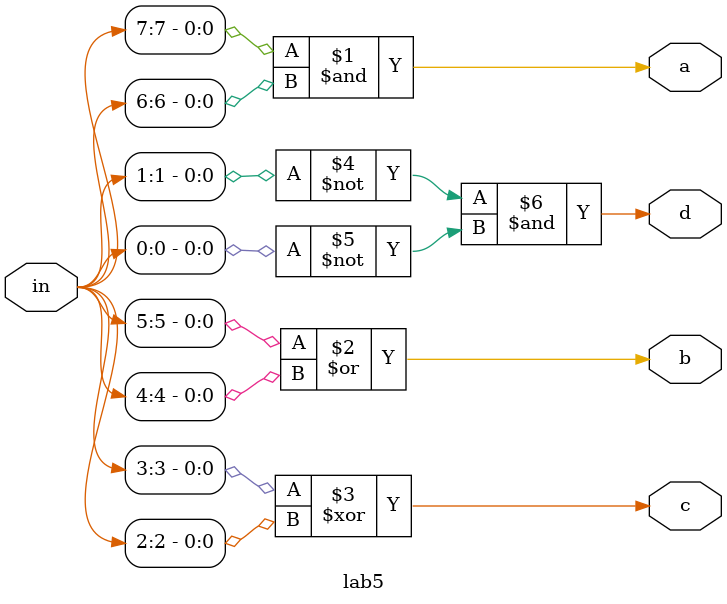
<source format=v>
module lab5 (
              input [7:0] in,
              output a,b,c,d
            );

  
assign  a = in[7]&in[6];
assign  b = in[5]|in[4];
assign  c = in[3]^in[2];
assign  d = (~in[1]) & (~in[0]);

endmodule
</source>
